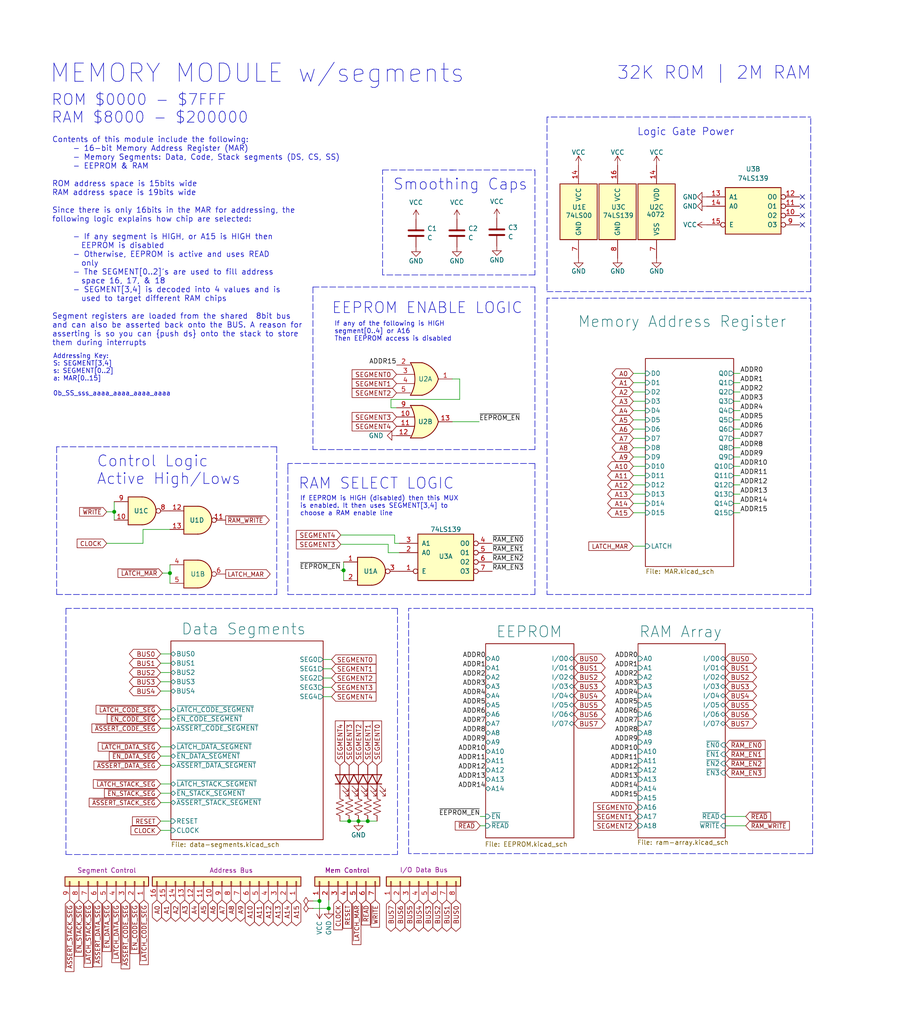
<source format=kicad_sch>
(kicad_sch (version 20211123) (generator eeschema)
  (paper "User" 250.012 280.01)
  (title_block (title "Memory Module") (date "2022-03-11") (rev "1.6") (company "Trilobyte - theWickedWebDev/8-bit-computer") (comment 1 "32K ROM | 2M RAM") (comment 2 "ROM $0000 - $7fff") (comment 3 "RAM $8000 - $20000"))
  (lib_symbols
    (symbol "4xxx:4072" (pin_names (offset 1.016))
      (property "Reference" "U" (at 0 1.27 0))
      (property "Value" "4072" (at 0 -1.27 0))
      (symbol "4072_1_1"
        (pin output line (at 7.62 0 180) (length 3.81) (name "~") (number "1"))
        (pin input line (at -7.62 3.81 0) (length 3.81) (name "~") (number "2"))
        (pin input line (at -7.62 1.27 0) (length 4.826) (name "~") (number "3"))
        (pin input line (at -7.62 -1.27 0) (length 4.826) (name "~") (number "4"))
        (pin input line (at -7.62 -3.81 0) (length 3.81) (name "~") (number "5"))
      )
      (symbol "4072_1_2"
        (pin output inverted (at 7.62 0 180) (length 3.81) (name "~") (number "1"))
        (pin input inverted (at -7.62 3.81 0) (length 3.81) (name "~") (number "2"))
        (pin input inverted (at -7.62 1.27 0) (length 3.81) (name "~") (number "3"))
        (pin input inverted (at -7.62 -1.27 0) (length 3.81) (name "~") (number "4"))
        (pin input inverted (at -7.62 -3.81 0) (length 3.81) (name "~") (number "5"))
      )
      (symbol "4072_2_1"
        (pin input line (at -7.62 1.27 0) (length 4.826) (name "~") (number "10"))
        (pin input line (at -7.62 -1.27 0) (length 4.826) (name "~") (number "11"))
        (pin input line (at -7.62 -3.81 0) (length 3.81) (name "~") (number "12"))
        (pin output line (at 7.62 0 180) (length 3.81) (name "~") (number "13"))
        (pin input line (at -7.62 3.81 0) (length 3.81) (name "~") (number "9"))
      )
      (symbol "4072_2_2"
        (pin input inverted (at -7.62 1.27 0) (length 3.81) (name "~") (number "10"))
        (pin input inverted (at -7.62 -1.27 0) (length 3.81) (name "~") (number "11"))
        (pin input inverted (at -7.62 -3.81 0) (length 3.81) (name "~") (number "12"))
        (pin output inverted (at 7.62 0 180) (length 3.81) (name "~") (number "13"))
        (pin input inverted (at -7.62 3.81 0) (length 3.81) (name "~") (number "9"))
      )
      (symbol "4072_3_0"
        (pin power_in line (at 0 12.7 270) (length 5.08) (name "VDD") (number "14"))
        (pin power_in line (at 0 -12.7 90) (length 5.08) (name "VSS") (number "7"))
      )
    )
    (symbol "74xx:74LS00" (pin_names (offset 1.016))
      (property "Reference" "U" (at 0 1.27 0))
      (property "Value" "74LS00" (at 0 -1.27 0))
      (symbol "74LS00_1_1"
        (pin input line (at -7.62 2.54 0) (length 3.81) (name "~") (number "1"))
        (pin input line (at -7.62 -2.54 0) (length 3.81) (name "~") (number "2"))
        (pin output inverted (at 7.62 0 180) (length 3.81) (name "~") (number "3"))
      )
      (symbol "74LS00_1_2"
        (pin input inverted (at -7.62 2.54 0) (length 4.318) (name "~") (number "1"))
        (pin input inverted (at -7.62 -2.54 0) (length 4.318) (name "~") (number "2"))
        (pin output line (at 7.62 0 180) (length 3.81) (name "~") (number "3"))
      )
      (symbol "74LS00_2_1"
        (pin input line (at -7.62 2.54 0) (length 3.81) (name "~") (number "4"))
        (pin input line (at -7.62 -2.54 0) (length 3.81) (name "~") (number "5"))
        (pin output inverted (at 7.62 0 180) (length 3.81) (name "~") (number "6"))
      )
      (symbol "74LS00_2_2"
        (pin input inverted (at -7.62 2.54 0) (length 4.318) (name "~") (number "4"))
        (pin input inverted (at -7.62 -2.54 0) (length 4.318) (name "~") (number "5"))
        (pin output line (at 7.62 0 180) (length 3.81) (name "~") (number "6"))
      )
      (symbol "74LS00_3_1"
        (pin input line (at -7.62 -2.54 0) (length 3.81) (name "~") (number "10"))
        (pin output inverted (at 7.62 0 180) (length 3.81) (name "~") (number "8"))
        (pin input line (at -7.62 2.54 0) (length 3.81) (name "~") (number "9"))
      )
      (symbol "74LS00_3_2"
        (pin input inverted (at -7.62 -2.54 0) (length 4.318) (name "~") (number "10"))
        (pin output line (at 7.62 0 180) (length 3.81) (name "~") (number "8"))
        (pin input inverted (at -7.62 2.54 0) (length 4.318) (name "~") (number "9"))
      )
      (symbol "74LS00_4_1"
        (pin output inverted (at 7.62 0 180) (length 3.81) (name "~") (number "11"))
        (pin input line (at -7.62 2.54 0) (length 3.81) (name "~") (number "12"))
        (pin input line (at -7.62 -2.54 0) (length 3.81) (name "~") (number "13"))
      )
      (symbol "74LS00_4_2"
        (pin output line (at 7.62 0 180) (length 3.81) (name "~") (number "11"))
        (pin input inverted (at -7.62 2.54 0) (length 4.318) (name "~") (number "12"))
        (pin input inverted (at -7.62 -2.54 0) (length 4.318) (name "~") (number "13"))
      )
      (symbol "74LS00_5_0"
        (pin power_in line (at 0 12.7 270) (length 5.08) (name "VCC") (number "14"))
        (pin power_in line (at 0 -12.7 90) (length 5.08) (name "GND") (number "7"))
      )
    )
    (symbol "74xx:74LS139" (pin_names (offset 1.016))
      (property "Reference" "U" (at -7.62 8.89 0))
      (property "Value" "74LS139" (at -7.62 -8.89 0))
      (symbol "74LS139_1_0"
        (pin input inverted (at -12.7 -5.08 0) (length 5.08) (name "E") (number "1"))
        (pin input line (at -12.7 0 0) (length 5.08) (name "A0") (number "2"))
        (pin input line (at -12.7 2.54 0) (length 5.08) (name "A1") (number "3"))
        (pin output inverted (at 12.7 2.54 180) (length 5.08) (name "O0") (number "4"))
        (pin output inverted (at 12.7 0 180) (length 5.08) (name "O1") (number "5"))
        (pin output inverted (at 12.7 -2.54 180) (length 5.08) (name "O2") (number "6"))
        (pin output inverted (at 12.7 -5.08 180) (length 5.08) (name "O3") (number "7"))
      )
      (symbol "74LS139_2_0"
        (pin output inverted (at 12.7 -2.54 180) (length 5.08) (name "O2") (number "10"))
        (pin output inverted (at 12.7 0 180) (length 5.08) (name "O1") (number "11"))
        (pin output inverted (at 12.7 2.54 180) (length 5.08) (name "O0") (number "12"))
        (pin input line (at -12.7 2.54 0) (length 5.08) (name "A1") (number "13"))
        (pin input line (at -12.7 0 0) (length 5.08) (name "A0") (number "14"))
        (pin input inverted (at -12.7 -5.08 0) (length 5.08) (name "E") (number "15"))
        (pin output inverted (at 12.7 -5.08 180) (length 5.08) (name "O3") (number "9"))
      )
      (symbol "74LS139_3_0"
        (pin power_in line (at 0 12.7 270) (length 5.08) (name "VCC") (number "16"))
        (pin power_in line (at 0 -12.7 90) (length 5.08) (name "GND") (number "8"))
      )
    )
    (symbol "Connector_Generic:Conn_01x07" (pin_names (offset 1.016) hide)
      (property "Reference" "J" (at 0 10.16 0))
      (property "Value" "Conn_01x07" (at 0 -10.16 0))
      (symbol "Conn_01x07_1_1"
        (pin passive line (at -5.08 7.62 0) (length 3.81) (name "Pin_1") (number "1"))
        (pin passive line (at -5.08 5.08 0) (length 3.81) (name "Pin_2") (number "2"))
        (pin passive line (at -5.08 2.54 0) (length 3.81) (name "Pin_3") (number "3"))
        (pin passive line (at -5.08 0 0) (length 3.81) (name "Pin_4") (number "4"))
        (pin passive line (at -5.08 -2.54 0) (length 3.81) (name "Pin_5") (number "5"))
        (pin passive line (at -5.08 -5.08 0) (length 3.81) (name "Pin_6") (number "6"))
        (pin passive line (at -5.08 -7.62 0) (length 3.81) (name "Pin_7") (number "7"))
      )
    )
    (symbol "Connector_Generic:Conn_01x08" (pin_names (offset 1.016) hide)
      (property "Reference" "J" (at 0 10.16 0))
      (property "Value" "Conn_01x08" (at 0 -12.7 0))
      (symbol "Conn_01x08_1_1"
        (pin passive line (at -5.08 7.62 0) (length 3.81) (name "Pin_1") (number "1"))
        (pin passive line (at -5.08 5.08 0) (length 3.81) (name "Pin_2") (number "2"))
        (pin passive line (at -5.08 2.54 0) (length 3.81) (name "Pin_3") (number "3"))
        (pin passive line (at -5.08 0 0) (length 3.81) (name "Pin_4") (number "4"))
        (pin passive line (at -5.08 -2.54 0) (length 3.81) (name "Pin_5") (number "5"))
        (pin passive line (at -5.08 -5.08 0) (length 3.81) (name "Pin_6") (number "6"))
        (pin passive line (at -5.08 -7.62 0) (length 3.81) (name "Pin_7") (number "7"))
        (pin passive line (at -5.08 -10.16 0) (length 3.81) (name "Pin_8") (number "8"))
      )
    )
    (symbol "Connector_Generic:Conn_01x09" (pin_names (offset 1.016) hide)
      (property "Reference" "J" (at 0 12.7 0))
      (property "Value" "Conn_01x09" (at 0 -12.7 0))
      (symbol "Conn_01x09_1_1"
        (pin passive line (at -5.08 10.16 0) (length 3.81) (name "Pin_1") (number "1"))
        (pin passive line (at -5.08 7.62 0) (length 3.81) (name "Pin_2") (number "2"))
        (pin passive line (at -5.08 5.08 0) (length 3.81) (name "Pin_3") (number "3"))
        (pin passive line (at -5.08 2.54 0) (length 3.81) (name "Pin_4") (number "4"))
        (pin passive line (at -5.08 0 0) (length 3.81) (name "Pin_5") (number "5"))
        (pin passive line (at -5.08 -2.54 0) (length 3.81) (name "Pin_6") (number "6"))
        (pin passive line (at -5.08 -5.08 0) (length 3.81) (name "Pin_7") (number "7"))
        (pin passive line (at -5.08 -7.62 0) (length 3.81) (name "Pin_8") (number "8"))
        (pin passive line (at -5.08 -10.16 0) (length 3.81) (name "Pin_9") (number "9"))
      )
    )
    (symbol "Connector_Generic:Conn_01x16" (pin_names (offset 1.016) hide)
      (property "Reference" "J" (at 0 20.32 0))
      (property "Value" "Conn_01x16" (at 0 -22.86 0))
      (symbol "Conn_01x16_1_1"
        (pin passive line (at -5.08 17.78 0) (length 3.81) (name "Pin_1") (number "1"))
        (pin passive line (at -5.08 -5.08 0) (length 3.81) (name "Pin_10") (number "10"))
        (pin passive line (at -5.08 -7.62 0) (length 3.81) (name "Pin_11") (number "11"))
        (pin passive line (at -5.08 -10.16 0) (length 3.81) (name "Pin_12") (number "12"))
        (pin passive line (at -5.08 -12.7 0) (length 3.81) (name "Pin_13") (number "13"))
        (pin passive line (at -5.08 -15.24 0) (length 3.81) (name "Pin_14") (number "14"))
        (pin passive line (at -5.08 -17.78 0) (length 3.81) (name "Pin_15") (number "15"))
        (pin passive line (at -5.08 -20.32 0) (length 3.81) (name "Pin_16") (number "16"))
        (pin passive line (at -5.08 15.24 0) (length 3.81) (name "Pin_2") (number "2"))
        (pin passive line (at -5.08 12.7 0) (length 3.81) (name "Pin_3") (number "3"))
        (pin passive line (at -5.08 10.16 0) (length 3.81) (name "Pin_4") (number "4"))
        (pin passive line (at -5.08 7.62 0) (length 3.81) (name "Pin_5") (number "5"))
        (pin passive line (at -5.08 5.08 0) (length 3.81) (name "Pin_6") (number "6"))
        (pin passive line (at -5.08 2.54 0) (length 3.81) (name "Pin_7") (number "7"))
        (pin passive line (at -5.08 0 0) (length 3.81) (name "Pin_8") (number "8"))
        (pin passive line (at -5.08 -2.54 0) (length 3.81) (name "Pin_9") (number "9"))
      )
    )
    (symbol "Device:C" (pin_numbers hide) (pin_names (offset 0.254))
      (property "Reference" "C" (at 0.635 2.54 0))
      (property "Value" "C" (at 0.635 -2.54 0))
      (symbol "C_1_1"
        (pin passive line (at 0 3.81 270) (length 2.794) (name "~") (number "1"))
        (pin passive line (at 0 -3.81 90) (length 2.794) (name "~") (number "2"))
      )
    )
    (symbol "Device:LED" (pin_numbers hide) (pin_names (offset 1.016) hide)
      (property "Reference" "D" (at 0 2.54 0))
      (property "Value" "LED" (at 0 -2.54 0))
      (symbol "LED_1_1"
        (pin passive line (at -3.81 0 0) (length 2.54) (name "K") (number "1"))
        (pin passive line (at 3.81 0 180) (length 2.54) (name "A") (number "2"))
      )
    )
    (symbol "Device:R_US" (pin_numbers hide) (pin_names (offset 0))
      (property "Reference" "R" (at 2.54 0 90))
      (property "Value" "R_US" (at -2.54 0 90))
      (symbol "R_US_1_1"
        (pin passive line (at 0 3.81 270) (length 1.27) (name "~") (number "1"))
        (pin passive line (at 0 -3.81 90) (length 1.27) (name "~") (number "2"))
      )
    )
    (symbol "power:GND" (power) (pin_names (offset 0))
      (property "Value" "GND" (at 0 -3.81 0))
      (symbol "GND_1_1"
        (pin power_in line (at 0 0 270) (length 0) hide (name "GND") (number "1"))
      )
    )
    (symbol "power:PWR_FLAG" (power) (pin_numbers hide) (pin_names (offset 0) hide)
      (property "Value" "PWR_FLAG" (at 0 3.81 0))
      (symbol "PWR_FLAG_0_0"
        (pin power_out line (at 0 0 90) (length 0) (name "pwr") (number "1"))
      )
    )
    (symbol "power:VCC" (power) (pin_names (offset 0))
      (property "Value" "VCC" (at 0 3.81 0))
      (symbol "VCC_1_1"
        (pin power_in line (at 0 0 90) (length 0) hide (name "VCC") (number "1"))
      )
    )
  )
  (junction (at 87.376 246.38))
  (junction (at 31.242 139.954))
  (junction (at 95.504 224.536))
  (junction (at 93.98 155.956))
  (junction (at 100.584 224.536))
  (junction (at 89.916 248.412))
  (junction (at 98.044 224.536))
  (junction (at 46.482 156.718))
  (no_connect (at 219.456 61.468))
  (no_connect (at 219.456 58.928))
  (no_connect (at 219.456 53.848))
  (no_connect (at 219.456 56.388))
  (wire (pts (xy 200.66 102.108) (xy 202.438 102.108)))
  (polyline (pts (xy 149.606 79.756) (xy 221.742 79.756)))
  (wire (pts (xy 198.374 223.266) (xy 203.962 223.266)))
  (polyline (pts (xy 15.494 162.56) (xy 75.692 162.56)))
  (wire (pts (xy 173.228 112.268) (xy 176.53 112.268)))
  (wire (pts (xy 173.228 107.188) (xy 176.53 107.188)))
  (wire (pts (xy 93.98 155.956) (xy 93.98 158.75)))
  (wire (pts (xy 198.374 225.806) (xy 203.962 225.806)))
  (polyline (pts (xy 78.74 126.746) (xy 78.74 128.016)))
  (polyline (pts (xy 184.404 32.004) (xy 221.742 32.004)))
  (wire (pts (xy 43.942 216.916) (xy 46.736 216.916)))
  (polyline (pts (xy 146.304 126.746) (xy 78.74 126.746)))
  (wire (pts (xy 173.228 119.888) (xy 176.53 119.888)))
  (wire (pts (xy 173.228 114.808) (xy 176.53 114.808)))
  (polyline (pts (xy 75.692 122.174) (xy 75.692 162.56)))
  (wire (pts (xy 173.228 140.208) (xy 176.53 140.208)))
  (wire (pts (xy 200.66 132.588) (xy 202.438 132.588)))
  (polyline (pts (xy 193.802 81.534) (xy 221.742 81.534)))
  (wire (pts (xy 43.942 206.756) (xy 46.736 206.756)))
  (wire (pts (xy 200.66 112.268) (xy 202.438 112.268)))
  (polyline (pts (xy 222.25 233.426) (xy 111.76 233.426)))
  (wire (pts (xy 43.942 194.056) (xy 46.736 194.056)))
  (wire (pts (xy 93.218 146.304) (xy 107.95 146.304)))
  (wire (pts (xy 88.392 182.88) (xy 90.678 182.88)))
  (polyline (pts (xy 149.606 81.534) (xy 149.606 162.56)))
  (wire (pts (xy 200.66 137.668) (xy 202.438 137.668)))
  (wire (pts (xy 93.98 155.956) (xy 93.98 153.67)))
  (wire (pts (xy 43.942 224.536) (xy 46.736 224.536)))
  (wire (pts (xy 200.66 140.208) (xy 202.438 140.208)))
  (wire (pts (xy 31.242 139.954) (xy 31.242 137.16)))
  (wire (pts (xy 88.392 187.96) (xy 90.678 187.96)))
  (wire (pts (xy 106.934 109.22) (xy 106.934 111.506)))
  (polyline (pts (xy 85.598 78.486) (xy 146.304 78.486)))
  (polyline (pts (xy 85.598 78.486) (xy 85.598 122.936)))
  (wire (pts (xy 44.45 156.718) (xy 46.482 156.718)))
  (polyline (pts (xy 222.25 166.37) (xy 111.76 166.37)))
  (wire (pts (xy 85.598 248.412) (xy 89.916 248.412)))
  (wire (pts (xy 43.942 181.356) (xy 46.736 181.356)))
  (wire (pts (xy 88.392 190.5) (xy 90.678 190.5)))
  (polyline (pts (xy 104.648 75.184) (xy 104.648 46.482)))
  (polyline (pts (xy 149.606 162.56) (xy 221.742 162.56)))
  (wire (pts (xy 125.73 109.22) (xy 106.934 109.22)))
  (wire (pts (xy 200.66 107.188) (xy 202.438 107.188)))
  (wire (pts (xy 98.044 224.536) (xy 100.584 224.536)))
  (wire (pts (xy 106.172 151.13) (xy 106.172 148.844)))
  (wire (pts (xy 173.228 104.648) (xy 176.53 104.648)))
  (wire (pts (xy 95.504 224.536) (xy 98.044 224.536)))
  (wire (pts (xy 107.95 146.304) (xy 107.95 148.59)))
  (polyline (pts (xy 15.494 122.174) (xy 15.494 162.56)))
  (polyline (pts (xy 78.74 162.56) (xy 146.304 162.56)))
  (wire (pts (xy 43.942 209.296) (xy 46.736 209.296)))
  (wire (pts (xy 123.698 115.316) (xy 131.064 115.316)))
  (wire (pts (xy 31.242 142.24) (xy 31.242 139.954)))
  (wire (pts (xy 46.482 154.432) (xy 46.482 156.718)))
  (wire (pts (xy 43.942 214.376) (xy 46.736 214.376)))
  (wire (pts (xy 29.21 148.59) (xy 39.116 148.59)))
  (wire (pts (xy 200.66 119.888) (xy 202.438 119.888)))
  (polyline (pts (xy 123.19 46.482) (xy 146.304 46.482)))
  (polyline (pts (xy 78.74 128.016) (xy 78.74 162.56)))
  (wire (pts (xy 106.172 148.844) (xy 93.218 148.844)))
  (wire (pts (xy 43.942 183.896) (xy 46.736 183.896)))
  (wire (pts (xy 92.964 224.536) (xy 95.504 224.536)))
  (wire (pts (xy 173.228 149.352) (xy 176.53 149.352)))
  (polyline (pts (xy 221.742 162.56) (xy 221.742 81.534)))
  (wire (pts (xy 200.66 122.428) (xy 202.438 122.428)))
  (wire (pts (xy 173.228 132.588) (xy 176.53 132.588)))
  (wire (pts (xy 46.482 156.718) (xy 46.482 159.512)))
  (wire (pts (xy 173.228 127.508) (xy 176.53 127.508)))
  (wire (pts (xy 109.22 151.13) (xy 106.172 151.13)))
  (wire (pts (xy 43.942 196.596) (xy 46.736 196.596)))
  (wire (pts (xy 200.66 135.128) (xy 202.438 135.128)))
  (wire (pts (xy 29.21 139.954) (xy 31.242 139.954)))
  (wire (pts (xy 39.116 148.59) (xy 39.116 144.78)))
  (polyline (pts (xy 146.304 122.936) (xy 85.598 122.936)))
  (wire (pts (xy 123.698 103.632) (xy 125.73 103.632)))
  (wire (pts (xy 200.66 104.648) (xy 202.438 104.648)))
  (polyline (pts (xy 221.742 79.756) (xy 221.742 32.004)))
  (wire (pts (xy 39.116 144.78) (xy 46.482 144.78)))
  (wire (pts (xy 173.228 135.128) (xy 176.53 135.128)))
  (polyline (pts (xy 146.304 46.482) (xy 146.304 75.184)))
  (wire (pts (xy 100.584 224.536) (xy 103.124 224.536)))
  (wire (pts (xy 200.66 124.968) (xy 202.438 124.968)))
  (wire (pts (xy 87.376 246.38) (xy 87.376 248.666)))
  (wire (pts (xy 200.66 109.728) (xy 202.438 109.728)))
  (wire (pts (xy 89.916 246.126) (xy 89.916 248.412)))
  (polyline (pts (xy 193.802 81.534) (xy 149.606 81.534)))
  (wire (pts (xy 125.73 103.632) (xy 125.73 109.22)))
  (wire (pts (xy 43.942 227.076) (xy 46.736 227.076)))
  (wire (pts (xy 107.95 148.59) (xy 109.22 148.59)))
  (wire (pts (xy 200.66 114.808) (xy 202.438 114.808)))
  (wire (pts (xy 43.942 178.816) (xy 46.736 178.816)))
  (wire (pts (xy 87.376 246.38) (xy 87.376 246.126)))
  (wire (pts (xy 173.228 124.968) (xy 176.53 124.968)))
  (wire (pts (xy 173.228 137.668) (xy 176.53 137.668)))
  (polyline (pts (xy 108.712 166.37) (xy 18.034 166.37)))
  (polyline (pts (xy 146.304 75.184) (xy 104.648 75.184)))
  (polyline (pts (xy 184.404 32.004) (xy 149.606 32.004)))
  (wire (pts (xy 88.392 180.34) (xy 90.678 180.34)))
  (wire (pts (xy 106.934 111.506) (xy 108.458 111.506)))
  (wire (pts (xy 173.228 130.048) (xy 176.53 130.048)))
  (wire (pts (xy 43.942 186.436) (xy 46.736 186.436)))
  (wire (pts (xy 43.942 199.136) (xy 46.736 199.136)))
  (polyline (pts (xy 18.034 166.37) (xy 18.034 233.68)))
  (wire (pts (xy 85.598 246.38) (xy 87.376 246.38)))
  (polyline (pts (xy 75.692 122.174) (xy 15.494 122.174)))
  (wire (pts (xy 173.228 117.348) (xy 176.53 117.348)))
  (wire (pts (xy 200.66 117.348) (xy 202.438 117.348)))
  (polyline (pts (xy 146.304 78.486) (xy 146.304 122.936)))
  (wire (pts (xy 173.228 109.728) (xy 176.53 109.728)))
  (polyline (pts (xy 108.712 166.37) (xy 108.712 233.68)))
  (polyline (pts (xy 104.648 46.482) (xy 123.952 46.482)))
  (wire (pts (xy 43.942 219.456) (xy 46.736 219.456)))
  (wire (pts (xy 43.942 188.976) (xy 46.736 188.976)))
  (polyline (pts (xy 111.76 233.426) (xy 111.76 166.37)))
  (wire (pts (xy 200.66 127.508) (xy 202.438 127.508)))
  (wire (pts (xy 173.228 122.428) (xy 176.53 122.428)))
  (wire (pts (xy 131.318 225.806) (xy 132.842 225.806)))
  (wire (pts (xy 43.942 204.216) (xy 46.736 204.216)))
  (wire (pts (xy 131.318 223.266) (xy 132.842 223.266)))
  (polyline (pts (xy 18.034 233.68) (xy 108.712 233.68)))
  (wire (pts (xy 173.228 102.108) (xy 176.53 102.108)))
  (wire (pts (xy 93.218 155.956) (xy 93.98 155.956)))
  (polyline (pts (xy 222.25 233.426) (xy 222.25 166.37)))
  (wire (pts (xy 89.916 248.412) (xy 89.916 248.666)))
  (polyline (pts (xy 149.606 32.004) (xy 149.606 79.756)))
  (wire (pts (xy 88.392 185.42) (xy 90.678 185.42)))
  (polyline (pts (xy 146.304 162.56) (xy 146.304 126.746)))
  (wire (pts (xy 200.66 130.048) (xy 202.438 130.048)))
  (text "If any of the following is HIGH\nsegment[0..4] or A16\nThen EEPROM access is disabled" (at 91.44 93.472 0) (effects (font (size 1.27 1.27)) (justify left bottom)))
  (text "RAM SELECT LOGIC" (at 81.534 134.112 0) (effects (font (size 3 3)) (justify left bottom)))
  (text "Addressing Key:\nS: SEGMENT[3,4]\ns: SEGMENT[0..2]\na: MAR[0..15]\n\n0b_SS_sss_aaaa_aaaa_aaaa_aaaa" (at 14.478 108.458 0) (effects (font (size 1.27 1.27)) (justify left bottom)))
  (text "MEMORY MODULE w/segments" (at 13.462 23.114 0) (effects (font (size 5 5)) (justify left bottom)))
  (text "Contents of this module include the following:\n	- 16-bit Memory Address Register (MAR)\n	- Memory Segments: Data, Code, Stack segments (DS, CS, SS)\n	- EEPROM & RAM\n\nROM address space is 15bits wide\nRAM address space is 19bits wide\n\nSince there is only 16bits in the MAR for addressing, the\nfollowing logic explains how chip are selected:\n\n	- If any segment is HIGH, or A15 is HIGH then \n	  EEPROM is disabled\n	- Otherwise, EEPROM is active and uses READ \n	  only\n	- The SEGMENT[0..2]'s are used to fill address \n	  space 16, 17, & 18\n	- SEGMENT[3,4] is decoded into 4 values and is \n	  used to target different RAM chips\n\nSegment registers are loaded from the shared  8bit bus\nand can also be asserted back onto the BUS. A reason for\nasserting is so you can {push ds} onto the stack to store\nthem during interrupts" (at 14.224 94.742 0) (effects (font (size 1.5 1.5)) (justify left bottom)))
  (text "If EEPROM is HIGH (disabled) then this MUX\nis enabled. It then uses SEGMENT[3,4] to \nchoose a RAM enable line" (at 82.042 141.224 0) (effects (font (size 1.27 1.27)) (justify left bottom)))
  (text "ROM $0000 - $7FFF\nRAM $8000 - $200000\n" (at 13.97 34.036 0) (effects (font (size 3 3)) (justify left bottom)))
  (text "32K ROM | 2M RAM" (at 168.656 22.098 0) (effects (font (size 3.5 3.5)) (justify left bottom)))
  (text "Control Logic\nActive High/Lows" (at 26.416 132.842 0) (effects (font (size 3 3)) (justify left bottom)))
  (text "Logic Gate Power" (at 174.244 37.338 0) (effects (font (size 2 2)) (justify left bottom)))
  (text "EEPROM ENABLE LOGIC" (at 90.678 86.106 0) (effects (font (size 3 3)) (justify left bottom)))
  (text "Smoothing Caps" (at 107.442 52.324 0) (effects (font (size 3 3)) (justify left bottom)))
  (label "ADDR5" (at 174.498 192.786 180))
  (label "ADDR5" (at 202.438 114.808 0))
  (label "ADDR0" (at 202.438 102.108 0))
  (label "ADDR3" (at 174.498 187.706 180))
  (label "ADDR8" (at 202.438 122.428 0))
  (label "ADDR4" (at 132.842 190.246 180))
  (label "ADDR2" (at 174.498 185.166 180))
  (label "ADDR13" (at 174.498 213.106 180))
  (label "ADDR8" (at 174.498 200.406 180))
  (label "ADDR10" (at 202.438 127.508 0))
  (label "ADDR15" (at 108.458 99.822 180))
  (label "ADDR5" (at 132.842 192.786 180))
  (label "ADDR13" (at 202.438 135.128 0))
  (label "ADDR9" (at 202.438 124.968 0))
  (label "ADDR3" (at 202.438 109.728 0))
  (label "~{RAM_EN1}" (at 134.62 151.13 0))
  (label "ADDR12" (at 132.842 210.566 180))
  (label "ADDR14" (at 202.438 137.668 0))
  (label "ADDR14" (at 132.842 215.646 180))
  (label "ADDR0" (at 174.498 180.086 180))
  (label "ADDR10" (at 132.842 205.486 180))
  (label "ADDR1" (at 132.842 182.626 180))
  (label "ADDR11" (at 132.842 208.026 180))
  (label "ADDR2" (at 202.438 107.188 0))
  (label "ADDR4" (at 174.498 190.246 180))
  (label "ADDR11" (at 174.498 208.026 180))
  (label "~{EEPROM_EN}" (at 131.064 115.316 0))
  (label "~{RAM_EN0}" (at 134.62 148.59 0))
  (label "~{RAM_EN2}" (at 134.62 153.67 0))
  (label "ADDR6" (at 132.842 195.326 180))
  (label "ADDR4" (at 202.438 112.268 0))
  (label "ADDR14" (at 174.498 215.646 180))
  (label "ADDR1" (at 174.498 182.626 180))
  (label "~{RAM_EN3}" (at 134.62 156.21 0))
  (label "ADDR8" (at 132.842 200.406 180))
  (label "ADDR9" (at 174.498 202.946 180))
  (label "ADDR1" (at 202.438 104.648 0))
  (label "ADDR12" (at 174.498 210.566 180))
  (label "ADDR15" (at 174.498 218.186 180))
  (label "ADDR15" (at 202.438 140.208 0))
  (label "ADDR12" (at 202.438 132.588 0))
  (label "ADDR6" (at 174.498 195.326 180))
  (label "ADDR13" (at 132.842 213.106 180))
  (label "ADDR0" (at 132.842 180.086 180))
  (label "ADDR6" (at 202.438 117.348 0))
  (label "ADDR10" (at 174.498 205.486 180))
  (label "~{EEPROM_EN}" (at 131.318 223.266 180))
  (label "ADDR7" (at 132.842 197.866 180))
  (label "~{EEPROM_EN}" (at 93.218 155.956 180))
  (label "ADDR3" (at 132.842 187.706 180))
  (label "ADDR11" (at 202.438 130.048 0))
  (label "ADDR7" (at 202.438 119.888 0))
  (label "ADDR7" (at 174.498 197.866 180))
  (label "ADDR9" (at 132.842 202.946 180))
  (label "ADDR2" (at 132.842 185.166 180))
  (global_label "SEGMENT0" (shape input) (at 174.498 220.726 180) (property "Intersheet References" "${INTERSHEET_REFS}" (effects hide)))
  (global_label "SEGMENT4" (shape input) (at 108.458 116.586 180) (property "Intersheet References" "${INTERSHEET_REFS}" (effects hide)))
  (global_label "~{RAM_EN2}" (shape input) (at 198.374 208.788 0) (property "Intersheet References" "${INTERSHEET_REFS}" (effects hide)))
  (global_label "BUS6" (shape tri_state) (at 156.972 195.326 0) (property "Intersheet References" "${INTERSHEET_REFS}" (effects hide)))
  (global_label "BUS7" (shape tri_state) (at 156.972 197.866 0) (property "Intersheet References" "${INTERSHEET_REFS}" (effects hide)))
  (global_label "BUS5" (shape tri_state) (at 198.374 192.786 0) (property "Intersheet References" "${INTERSHEET_REFS}" (effects hide)))
  (global_label "~{READ}" (shape input) (at 131.318 225.806 180) (effects (font (size 1.2 1.2))) (property "Intersheet References" "${INTERSHEET_REFS}" (effects hide)))
  (global_label "A8" (shape tri_state) (at 63.246 246.126 270) (property "Intersheet References" "${INTERSHEET_REFS}" (effects hide)))
  (global_label "BUS1" (shape tri_state) (at 198.374 182.626 0) (property "Intersheet References" "${INTERSHEET_REFS}" (effects hide)))
  (global_label "~{RAM_EN3}" (shape input) (at 198.374 211.328 0) (property "Intersheet References" "${INTERSHEET_REFS}" (effects hide)))
  (global_label "SEGMENT4" (shape input) (at 93.218 146.304 180) (property "Intersheet References" "${INTERSHEET_REFS}" (effects hide)))
  (global_label "BUS7" (shape tri_state) (at 198.374 197.866 0) (property "Intersheet References" "${INTERSHEET_REFS}" (effects hide)))
  (global_label "BUS2" (shape tri_state) (at 156.972 185.166 0) (property "Intersheet References" "${INTERSHEET_REFS}" (effects hide)))
  (global_label "~{READ}" (shape input) (at 100.076 246.126 270) (effects (font (size 1.2 1.2))) (property "Intersheet References" "${INTERSHEET_REFS}" (effects hide)))
  (global_label "~{EN_CODE_SEG}" (shape input) (at 43.942 196.596 180) (effects (font (size 1.2 1.2))) (property "Intersheet References" "${INTERSHEET_REFS}" (effects hide)))
  (global_label "SEGMENT0" (shape input) (at 103.124 209.296 90) (property "Intersheet References" "${INTERSHEET_REFS}" (effects hide)))
  (global_label "BUS3" (shape tri_state) (at 117.094 246.126 270) (property "Intersheet References" "${INTERSHEET_REFS}" (effects hide)))
  (global_label "SEGMENT0" (shape input) (at 90.678 180.34 0) (property "Intersheet References" "${INTERSHEET_REFS}" (effects hide)))
  (global_label "SEGMENT1" (shape input) (at 90.678 182.88 0) (property "Intersheet References" "${INTERSHEET_REFS}" (effects hide)))
  (global_label "~{EN_STACK_SEG}" (shape input) (at 43.942 216.916 180) (effects (font (size 1.2 1.2))) (property "Intersheet References" "${INTERSHEET_REFS}" (effects hide)))
  (global_label "A0" (shape tri_state) (at 173.228 102.108 180) (property "Intersheet References" "${INTERSHEET_REFS}" (effects hide)))
  (global_label "A11" (shape tri_state) (at 173.228 130.048 180) (property "Intersheet References" "${INTERSHEET_REFS}" (effects hide)))
  (global_label "A7" (shape tri_state) (at 60.706 246.126 270) (property "Intersheet References" "${INTERSHEET_REFS}" (effects hide)))
  (global_label "BUS2" (shape tri_state) (at 119.634 246.126 270) (property "Intersheet References" "${INTERSHEET_REFS}" (effects hide)))
  (global_label "RESET" (shape input) (at 94.996 246.126 270) (effects (font (size 1.2 1.2))) (property "Intersheet References" "${INTERSHEET_REFS}" (effects hide)))
  (global_label "~{WRITE}" (shape input) (at 102.616 246.126 270) (effects (font (size 1.2 1.2))) (property "Intersheet References" "${INTERSHEET_REFS}" (effects hide)))
  (global_label "~{LATCH_MAR}" (shape input) (at 97.536 246.126 270) (effects (font (size 1.2 1.2))) (property "Intersheet References" "${INTERSHEET_REFS}" (effects hide)))
  (global_label "BUS2" (shape tri_state) (at 43.942 183.896 180) (property "Intersheet References" "${INTERSHEET_REFS}" (effects hide)))
  (global_label "BUS0" (shape tri_state) (at 198.374 180.086 0) (property "Intersheet References" "${INTERSHEET_REFS}" (effects hide)))
  (global_label "A4" (shape tri_state) (at 53.086 246.126 270) (property "Intersheet References" "${INTERSHEET_REFS}" (effects hide)))
  (global_label "A9" (shape tri_state) (at 173.228 124.968 180) (property "Intersheet References" "${INTERSHEET_REFS}" (effects hide)))
  (global_label "~{LATCH_STACK_SEG}" (shape input) (at 43.942 214.376 180) (effects (font (size 1.2 1.2))) (property "Intersheet References" "${INTERSHEET_REFS}" (effects hide)))
  (global_label "A3" (shape tri_state) (at 50.546 246.126 270) (property "Intersheet References" "${INTERSHEET_REFS}" (effects hide)))
  (global_label "~{ASSERT_STACK_SEG}" (shape input) (at 19.05 246.126 270) (effects (font (size 1.2 1.2))) (property "Intersheet References" "${INTERSHEET_REFS}" (effects hide)))
  (global_label "SEGMENT4" (shape input) (at 90.678 190.5 0) (property "Intersheet References" "${INTERSHEET_REFS}" (effects hide)))
  (global_label "LATCH_MAR" (shape input) (at 173.228 149.352 180) (effects (font (size 1.2 1.2))) (property "Intersheet References" "${INTERSHEET_REFS}" (effects hide)))
  (global_label "A10" (shape tri_state) (at 68.326 246.126 270) (property "Intersheet References" "${INTERSHEET_REFS}" (effects hide)))
  (global_label "A0" (shape tri_state) (at 42.926 246.126 270) (property "Intersheet References" "${INTERSHEET_REFS}" (effects hide)))
  (global_label "A13" (shape tri_state) (at 75.946 246.126 270) (property "Intersheet References" "${INTERSHEET_REFS}" (effects hide)))
  (global_label "A2" (shape tri_state) (at 48.006 246.126 270) (property "Intersheet References" "${INTERSHEET_REFS}" (effects hide)))
  (global_label "SEGMENT0" (shape input) (at 108.458 102.362 180) (property "Intersheet References" "${INTERSHEET_REFS}" (effects hide)))
  (global_label "~{ASSERT_DATA_SEG}" (shape input) (at 43.942 209.296 180) (effects (font (size 1.2 1.2))) (property "Intersheet References" "${INTERSHEET_REFS}" (effects hide)))
  (global_label "SEGMENT3" (shape input) (at 108.458 114.046 180) (property "Intersheet References" "${INTERSHEET_REFS}" (effects hide)))
  (global_label "A12" (shape tri_state) (at 173.228 132.588 180) (property "Intersheet References" "${INTERSHEET_REFS}" (effects hide)))
  (global_label "BUS2" (shape tri_state) (at 198.374 185.166 0) (property "Intersheet References" "${INTERSHEET_REFS}" (effects hide)))
  (global_label "A7" (shape tri_state) (at 173.228 119.888 180) (property "Intersheet References" "${INTERSHEET_REFS}" (effects hide)))
  (global_label "~{LATCH_STACK_SEG}" (shape input) (at 24.13 246.126 270) (effects (font (size 1.2 1.2))) (property "Intersheet References" "${INTERSHEET_REFS}" (effects hide)))
  (global_label "BUS4" (shape tri_state) (at 198.374 190.246 0) (property "Intersheet References" "${INTERSHEET_REFS}" (effects hide)))
  (global_label "A1" (shape tri_state) (at 45.466 246.126 270) (property "Intersheet References" "${INTERSHEET_REFS}" (effects hide)))
  (global_label "BUS3" (shape tri_state) (at 198.374 187.706 0) (property "Intersheet References" "${INTERSHEET_REFS}" (effects hide)))
  (global_label "SEGMENT1" (shape input) (at 174.498 223.266 180) (property "Intersheet References" "${INTERSHEET_REFS}" (effects hide)))
  (global_label "~{LATCH_CODE_SEG}" (shape input) (at 43.942 194.056 180) (effects (font (size 1.2 1.2))) (property "Intersheet References" "${INTERSHEET_REFS}" (effects hide)))
  (global_label "CLOCK" (shape input) (at 29.21 148.59 180) (effects (font (size 1.2 1.2))) (property "Intersheet References" "${INTERSHEET_REFS}" (effects hide)))
  (global_label "A5" (shape tri_state) (at 55.626 246.126 270) (property "Intersheet References" "${INTERSHEET_REFS}" (effects hide)))
  (global_label "A10" (shape tri_state) (at 173.228 127.508 180) (property "Intersheet References" "${INTERSHEET_REFS}" (effects hide)))
  (global_label "~{RAM_WRITE}" (shape input) (at 203.962 225.806 0) (effects (font (size 1.2 1.2))) (property "Intersheet References" "${INTERSHEET_REFS}" (effects hide)))
  (global_label "~{EN_CODE_SEG}" (shape input) (at 36.83 246.126 270) (effects (font (size 1.2 1.2))) (property "Intersheet References" "${INTERSHEET_REFS}" (effects hide)))
  (global_label "~{LATCH_CODE_SEG}" (shape input) (at 39.37 246.126 270) (effects (font (size 1.2 1.2))) (property "Intersheet References" "${INTERSHEET_REFS}" (effects hide)))
  (global_label "BUS0" (shape tri_state) (at 124.714 246.126 270) (property "Intersheet References" "${INTERSHEET_REFS}" (effects hide)))
  (global_label "A1" (shape tri_state) (at 173.228 104.648 180) (property "Intersheet References" "${INTERSHEET_REFS}" (effects hide)))
  (global_label "~{READ}" (shape input) (at 203.962 223.266 0) (effects (font (size 1.2 1.2))) (property "Intersheet References" "${INTERSHEET_REFS}" (effects hide)))
  (global_label "A4" (shape tri_state) (at 173.228 112.268 180) (property "Intersheet References" "${INTERSHEET_REFS}" (effects hide)))
  (global_label "A2" (shape tri_state) (at 173.228 107.188 180) (property "Intersheet References" "${INTERSHEET_REFS}" (effects hide)))
  (global_label "LATCH_MAR" (shape output) (at 61.722 156.972 0) (effects (font (size 1.2 1.2))) (property "Intersheet References" "${INTERSHEET_REFS}" (effects hide)))
  (global_label "BUS1" (shape tri_state) (at 156.972 182.626 0) (property "Intersheet References" "${INTERSHEET_REFS}" (effects hide)))
  (global_label "SEGMENT3" (shape input) (at 93.218 148.844 180) (property "Intersheet References" "${INTERSHEET_REFS}" (effects hide)))
  (global_label "~{LATCH_DATA_SEG}" (shape input) (at 31.75 246.126 270) (effects (font (size 1.2 1.2))) (property "Intersheet References" "${INTERSHEET_REFS}" (effects hide)))
  (global_label "~{ASSERT_STACK_SEG}" (shape input) (at 43.942 219.456 180) (effects (font (size 1.2 1.2))) (property "Intersheet References" "${INTERSHEET_REFS}" (effects hide)))
  (global_label "A14" (shape tri_state) (at 173.228 137.668 180) (property "Intersheet References" "${INTERSHEET_REFS}" (effects hide)))
  (global_label "SEGMENT2" (shape input) (at 98.044 209.296 90) (property "Intersheet References" "${INTERSHEET_REFS}" (effects hide)))
  (global_label "A6" (shape tri_state) (at 58.166 246.126 270) (property "Intersheet References" "${INTERSHEET_REFS}" (effects hide)))
  (global_label "SEGMENT2" (shape input) (at 90.678 185.42 0) (property "Intersheet References" "${INTERSHEET_REFS}" (effects hide)))
  (global_label "BUS3" (shape tri_state) (at 156.972 187.706 0) (property "Intersheet References" "${INTERSHEET_REFS}" (effects hide)))
  (global_label "SEGMENT4" (shape input) (at 92.964 209.296 90) (property "Intersheet References" "${INTERSHEET_REFS}" (effects hide)))
  (global_label "BUS0" (shape tri_state) (at 43.942 178.816 180) (property "Intersheet References" "${INTERSHEET_REFS}" (effects hide)))
  (global_label "SEGMENT2" (shape input) (at 108.458 107.442 180) (property "Intersheet References" "${INTERSHEET_REFS}" (effects hide)))
  (global_label "SEGMENT3" (shape input) (at 95.504 209.296 90) (property "Intersheet References" "${INTERSHEET_REFS}" (effects hide)))
  (global_label "BUS1" (shape tri_state) (at 43.942 181.356 180) (property "Intersheet References" "${INTERSHEET_REFS}" (effects hide)))
  (global_label "BUS0" (shape tri_state) (at 156.972 180.086 0) (property "Intersheet References" "${INTERSHEET_REFS}" (effects hide)))
  (global_label "SEGMENT2" (shape input) (at 174.498 225.806 180) (property "Intersheet References" "${INTERSHEET_REFS}" (effects hide)))
  (global_label "A15" (shape tri_state) (at 81.026 246.126 270) (property "Intersheet References" "${INTERSHEET_REFS}" (effects hide)))
  (global_label "~{RAM_WRITE}" (shape output) (at 61.722 142.24 0) (effects (font (size 1.2 1.2))) (property "Intersheet References" "${INTERSHEET_REFS}" (effects hide)))
  (global_label "SEGMENT3" (shape input) (at 90.678 187.96 0) (property "Intersheet References" "${INTERSHEET_REFS}" (effects hide)))
  (global_label "~{ASSERT_CODE_SEG}" (shape input) (at 43.942 199.136 180) (effects (font (size 1.2 1.2))) (property "Intersheet References" "${INTERSHEET_REFS}" (effects hide)))
  (global_label "A13" (shape tri_state) (at 173.228 135.128 180) (property "Intersheet References" "${INTERSHEET_REFS}" (effects hide)))
  (global_label "A3" (shape tri_state) (at 173.228 109.728 180) (property "Intersheet References" "${INTERSHEET_REFS}" (effects hide)))
  (global_label "RESET" (shape input) (at 43.942 224.536 180) (effects (font (size 1.2 1.2))) (property "Intersheet References" "${INTERSHEET_REFS}" (effects hide)))
  (global_label "~{WRITE}" (shape input) (at 29.21 139.954 180) (effects (font (size 1.2 1.2))) (property "Intersheet References" "${INTERSHEET_REFS}" (effects hide)))
  (global_label "A15" (shape tri_state) (at 173.228 140.208 180) (property "Intersheet References" "${INTERSHEET_REFS}" (effects hide)))
  (global_label "SEGMENT1" (shape input) (at 108.458 104.902 180) (property "Intersheet References" "${INTERSHEET_REFS}" (effects hide)))
  (global_label "~{RAM_EN0}" (shape input) (at 198.374 203.708 0) (property "Intersheet References" "${INTERSHEET_REFS}" (effects hide)))
  (global_label "A9" (shape tri_state) (at 65.786 246.126 270) (property "Intersheet References" "${INTERSHEET_REFS}" (effects hide)))
  (global_label "A14" (shape tri_state) (at 78.486 246.126 270) (property "Intersheet References" "${INTERSHEET_REFS}" (effects hide)))
  (global_label "~{EN_STACK_SEG}" (shape input) (at 21.59 246.126 270) (effects (font (size 1.2 1.2))) (property "Intersheet References" "${INTERSHEET_REFS}" (effects hide)))
  (global_label "SEGMENT1" (shape input) (at 100.584 209.296 90) (property "Intersheet References" "${INTERSHEET_REFS}" (effects hide)))
  (global_label "BUS4" (shape tri_state) (at 43.942 188.976 180) (property "Intersheet References" "${INTERSHEET_REFS}" (effects hide)))
  (global_label "BUS7" (shape tri_state) (at 106.934 246.126 270) (property "Intersheet References" "${INTERSHEET_REFS}" (effects hide)))
  (global_label "CLOCK" (shape input) (at 43.942 227.076 180) (effects (font (size 1.2 1.2))) (property "Intersheet References" "${INTERSHEET_REFS}" (effects hide)))
  (global_label "~{ASSERT_CODE_SEG}" (shape input) (at 34.29 246.126 270) (effects (font (size 1.2 1.2))) (property "Intersheet References" "${INTERSHEET_REFS}" (effects hide)))
  (global_label "CLOCK" (shape input) (at 92.456 246.126 270) (effects (font (size 1.2 1.2))) (property "Intersheet References" "${INTERSHEET_REFS}" (effects hide)))
  (global_label "A8" (shape tri_state) (at 173.228 122.428 180) (property "Intersheet References" "${INTERSHEET_REFS}" (effects hide)))
  (global_label "BUS6" (shape tri_state) (at 198.374 195.326 0) (property "Intersheet References" "${INTERSHEET_REFS}" (effects hide)))
  (global_label "~{ASSERT_DATA_SEG}" (shape input) (at 26.67 246.126 270) (effects (font (size 1.2 1.2))) (property "Intersheet References" "${INTERSHEET_REFS}" (effects hide)))
  (global_label "~{EN_DATA_SEG}" (shape input) (at 43.942 206.756 180) (effects (font (size 1.2 1.2))) (property "Intersheet References" "${INTERSHEET_REFS}" (effects hide)))
  (global_label "BUS4" (shape tri_state) (at 114.554 246.126 270) (property "Intersheet References" "${INTERSHEET_REFS}" (effects hide)))
  (global_label "A11" (shape tri_state) (at 70.866 246.126 270) (property "Intersheet References" "${INTERSHEET_REFS}" (effects hide)))
  (global_label "A5" (shape tri_state) (at 173.228 114.808 180) (property "Intersheet References" "${INTERSHEET_REFS}" (effects hide)))
  (global_label "~{LATCH_MAR}" (shape input) (at 44.45 156.718 180) (effects (font (size 1.2 1.2))) (property "Intersheet References" "${INTERSHEET_REFS}" (effects hide)))
  (global_label "A12" (shape tri_state) (at 73.406 246.126 270) (property "Intersheet References" "${INTERSHEET_REFS}" (effects hide)))
  (global_label "BUS5" (shape tri_state) (at 156.972 192.786 0) (property "Intersheet References" "${INTERSHEET_REFS}" (effects hide)))
  (global_label "BUS1" (shape tri_state) (at 122.174 246.126 270) (property "Intersheet References" "${INTERSHEET_REFS}" (effects hide)))
  (global_label "~{LATCH_DATA_SEG}" (shape input) (at 43.942 204.216 180) (effects (font (size 1.2 1.2))) (property "Intersheet References" "${INTERSHEET_REFS}" (effects hide)))
  (global_label "~{RAM_EN1}" (shape input) (at 198.374 206.248 0) (property "Intersheet References" "${INTERSHEET_REFS}" (effects hide)))
  (global_label "A6" (shape tri_state) (at 173.228 117.348 180) (property "Intersheet References" "${INTERSHEET_REFS}" (effects hide)))
  (global_label "BUS5" (shape tri_state) (at 112.014 246.126 270) (property "Intersheet References" "${INTERSHEET_REFS}" (effects hide)))
  (global_label "BUS3" (shape tri_state) (at 43.942 186.436 180) (property "Intersheet References" "${INTERSHEET_REFS}" (effects hide)))
  (global_label "~{EN_DATA_SEG}" (shape input) (at 29.21 246.126 270) (effects (font (size 1.2 1.2))) (property "Intersheet References" "${INTERSHEET_REFS}" (effects hide)))
  (global_label "BUS6" (shape tri_state) (at 109.474 246.126 270) (property "Intersheet References" "${INTERSHEET_REFS}" (effects hide)))
  (global_label "BUS4" (shape tri_state) (at 156.972 190.246 0) (property "Intersheet References" "${INTERSHEET_REFS}" (effects hide)))
  (symbol (lib_id "Connector_Generic:Conn_01x08") (at 114.554 241.046 90) (unit 1)
    (property "Reference" "J2" (effects hide))
    (property "Value" "Conn_01x08" (effects hide))
    (property "Footprint" "Connector_PinHeader_2.54mm:PinHeader_1x08_P2.54mm_Vertical" (effects hide))
    (property "L" "I/O Data Bus" (at 115.9256 237.871 90))
  )
  (symbol (lib_id "power:VCC") (at 168.91 45.212 0) (unit 1)
    (property "Reference" "#PWR013" (effects hide))
    (property "Value" "VCC" (at 168.91 41.656 0))
  )
  (symbol (lib_id "Device:C") (at 135.89 63.5 0) (unit 1)
    (property "Reference" "C3" (at 138.938 62.2299 0) (effects (justify left)))
    (property "Value" "C" (at 138.938 64.7699 0) (effects (justify left)))
    (property "Footprint" "Capacitor_SMD:C_0805_2012Metric" (effects hide))
  )
  (symbol (lib_id "Connector_Generic:Conn_01x16") (at 63.246 241.046 270) (mirror x) (unit 1)
    (property "Reference" "J3" (effects hide))
    (property "Value" "Conn_01x16" (effects hide))
    (property "Footprint" "Connector_PinHeader_2.54mm:PinHeader_1x16_P2.54mm_Vertical" (effects hide))
    (property "Field4" "Address Bus" (at 63.246 237.998 90))
  )
  (symbol (lib_id "Device:LED") (at 103.124 213.106 90) (unit 1)
    (property "Reference" "D5" (effects hide))
    (property "Value" "LED" (effects hide))
    (property "Footprint" "LED_SMD:LED_0805_2012Metric" (effects hide))
  )
  (symbol (lib_id "Device:R_US") (at 92.964 220.726 180) (unit 1)
    (property "Reference" "R1" (effects hide))
    (property "Value" "R_US" (effects hide))
    (property "Footprint" "Resistor_SMD:R_0805_2012Metric" (effects hide))
  )
  (symbol (lib_id "Device:C") (at 113.792 63.754 0) (unit 1)
    (property "Reference" "C1" (at 116.84 62.4839 0) (effects (justify left)))
    (property "Value" "C" (at 116.84 65.0239 0) (effects (justify left)))
    (property "Footprint" "Capacitor_SMD:C_0805_2012Metric" (effects hide))
  )
  (symbol (lib_id "Device:R_US") (at 95.504 220.726 180) (unit 1)
    (property "Reference" "R2" (effects hide))
    (property "Value" "R_US" (effects hide))
    (property "Footprint" "Resistor_SMD:R_0805_2012Metric" (effects hide))
  )
  (symbol (lib_id "Device:R_US") (at 98.044 220.726 180) (unit 1)
    (property "Reference" "R3" (effects hide))
    (property "Value" "R_US" (effects hide))
    (property "Footprint" "Resistor_SMD:R_0805_2012Metric" (effects hide))
  )
  (symbol (lib_id "power:VCC") (at 158.242 45.212 0) (unit 1)
    (property "Reference" "#PWR011" (effects hide))
    (property "Value" "VCC" (at 158.242 41.656 0))
  )
  (symbol (lib_id "power:VCC") (at 87.376 248.666 180) (unit 1)
    (property "Reference" "#PWR02" (effects hide))
    (property "Value" "VCC" (at 87.376 253.746 90))
  )
  (symbol (lib_id "74xx:74LS00") (at 38.862 139.7 0) (unit 3)
    (property "Reference" "U1" (at 38.608 139.7 0))
    (property "Value" "74LS00" (effects hide))
    (property "Footprint" "Package_SO:TSSOP-14_4.4x5mm_P0.65mm" (effects hide))
    (property "Datasheet" "http://www.ti.com/lit/gpn/sn74ls00" (effects hide))
  )
  (symbol (lib_id "Device:LED") (at 100.584 213.106 90) (unit 1)
    (property "Reference" "D4" (effects hide))
    (property "Value" "LED" (effects hide))
    (property "Footprint" "LED_SMD:LED_0805_2012Metric" (effects hide))
  )
  (symbol (lib_id "4xxx:4072") (at 179.578 57.912 0) (unit 3)
    (property "Reference" "U2" (at 179.578 56.642 0))
    (property "Value" "4072" (at 179.324 58.674 0))
    (property "Footprint" "Package_SO:SO-14_3.9x8.65mm_P1.27mm" (effects hide))
    (property "Datasheet" "http://www.intersil.com/content/dam/Intersil/documents/cd40/cd4071bms-72bms-75bms.pdf" (effects hide))
  )
  (symbol (lib_id "power:PWR_FLAG") (at 85.598 246.38 90) (unit 1)
    (property "Reference" "#FLG01" (effects hide))
    (property "Value" "PWR_FLAG" (effects hide))
  )
  (symbol (lib_id "74xx:74LS00") (at 101.6 156.21 0) (unit 1)
    (property "Reference" "U1" (at 101.346 156.21 0))
    (property "Value" "74LS00" (effects hide))
    (property "Footprint" "Package_SO:TSSOP-14_4.4x5mm_P0.65mm" (effects hide))
    (property "Datasheet" "http://www.ti.com/lit/gpn/sn74ls00" (effects hide))
  )
  (symbol (lib_id "power:GND") (at 98.044 224.536 0) (unit 1)
    (property "Reference" "#PWR01" (effects hide))
    (property "Value" "GND" (at 98.044 228.346 0))
  )
  (symbol (lib_id "power:VCC") (at 113.792 59.944 0) (unit 1)
    (property "Reference" "#PWR04" (effects hide))
    (property "Value" "VCC" (at 113.792 55.372 0))
  )
  (symbol (lib_id "Device:LED") (at 98.044 213.106 90) (unit 1)
    (property "Reference" "D3" (effects hide))
    (property "Value" "LED" (effects hide))
    (property "Footprint" "LED_SMD:LED_0805_2012Metric" (effects hide))
  )
  (symbol (lib_id "power:GND") (at 168.91 70.612 0) (unit 1)
    (property "Reference" "#PWR014" (effects hide))
    (property "Value" "GND" (at 166.878 74.168 0) (effects (justify left)))
  )
  (symbol (lib_id "power:GND") (at 179.578 70.612 0) (unit 1)
    (property "Reference" "#PWR016" (effects hide))
    (property "Value" "GND" (at 177.546 74.168 0) (effects (justify left)))
  )
  (symbol (lib_id "power:GND") (at 108.458 119.126 270) (unit 1)
    (property "Reference" "#PWR010" (effects hide))
    (property "Value" "GND" (at 104.902 119.1259 90) (effects (justify right)))
  )
  (symbol (lib_id "Connector_Generic:Conn_01x07") (at 94.996 241.046 90) (unit 1)
    (property "Reference" "J1" (effects hide))
    (property "Value" "Conn_01x07" (effects hide))
    (property "Footprint" "Connector_PinHeader_2.54mm:PinHeader_1x07_P2.54mm_Vertical" (effects hide))
    (property "Field4" "Mem Control" (at 94.996 237.998 90))
  )
  (symbol (lib_id "Device:R_US") (at 100.584 220.726 180) (unit 1)
    (property "Reference" "R4" (effects hide))
    (property "Value" "R_US" (effects hide))
    (property "Footprint" "Resistor_SMD:R_0805_2012Metric" (effects hide))
  )
  (symbol (lib_id "power:VCC") (at 124.968 59.944 0) (unit 1)
    (property "Reference" "#PWR06" (effects hide))
    (property "Value" "VCC" (at 124.968 55.372 0))
  )
  (symbol (lib_id "power:GND") (at 113.792 67.564 0) (unit 1)
    (property "Reference" "#PWR05" (effects hide))
    (property "Value" "GND" (at 113.792 71.374 0))
  )
  (symbol (lib_id "Device:C") (at 124.968 63.754 0) (unit 1)
    (property "Reference" "C2" (at 128.016 62.4839 0) (effects (justify left)))
    (property "Value" "C" (at 128.016 65.0239 0) (effects (justify left)))
    (property "Footprint" "Capacitor_SMD:C_0805_2012Metric" (effects hide))
  )
  (symbol (lib_id "Device:R_US") (at 103.124 220.726 180) (unit 1)
    (property "Reference" "R5" (effects hide))
    (property "Value" "R_US" (effects hide))
    (property "Footprint" "Resistor_SMD:R_0805_2012Metric" (effects hide))
  )
  (symbol (lib_id "Device:LED") (at 95.504 213.106 90) (unit 1)
    (property "Reference" "D2" (effects hide))
    (property "Value" "LED" (effects hide))
    (property "Footprint" "LED_SMD:LED_0805_2012Metric" (effects hide))
  )
  (symbol (lib_id "power:PWR_FLAG") (at 85.598 248.412 90) (unit 1)
    (property "Reference" "#FLG02" (effects hide))
    (property "Value" "PWR_FLAG" (effects hide))
  )
  (symbol (lib_id "Connector_Generic:Conn_01x09") (at 29.21 241.046 270) (mirror x) (unit 1)
    (property "Reference" "J4" (effects hide))
    (property "Value" "Conn_01x09" (effects hide))
    (property "Footprint" "Connector_PinHeader_2.54mm:PinHeader_1x09_P2.54mm_Vertical" (effects hide))
    (property "Field4" "Segment Control" (at 29.21 237.998 90))
  )
  (symbol (lib_id "74xx:74LS139") (at 121.92 151.13 0) (unit 1)
    (property "Reference" "U3" (at 121.92 152.146 0))
    (property "Value" "74LS139" (at 121.92 144.78 0))
    (property "Datasheet" "http://www.ti.com/lit/ds/symlink/sn74ls139a.pdf" (effects hide))
  )
  (symbol (lib_id "Device:LED") (at 92.964 213.106 90) (unit 1)
    (property "Reference" "D1" (effects hide))
    (property "Value" "LED" (effects hide))
    (property "Footprint" "LED_SMD:LED_0805_2012Metric" (effects hide))
  )
  (symbol (lib_id "power:GND") (at 124.968 67.564 0) (unit 1)
    (property "Reference" "#PWR07" (effects hide))
    (property "Value" "GND" (at 124.968 71.374 0))
  )
  (symbol (lib_id "4xxx:4072") (at 116.078 103.632 0) (unit 1)
    (property "Reference" "U2" (at 116.332 103.632 0))
    (property "Value" "4072" (effects hide))
    (property "Footprint" "Package_SO:SO-14_3.9x8.65mm_P1.27mm" (effects hide))
    (property "Datasheet" "http://www.intersil.com/content/dam/Intersil/documents/cd40/cd4071bms-72bms-75bms.pdf" (effects hide))
  )
  (symbol (lib_id "power:GND") (at 135.89 67.31 0) (unit 1)
    (property "Reference" "#PWR09" (effects hide))
    (property "Value" "GND" (at 135.89 71.12 0))
  )
  (symbol (lib_id "power:GND") (at 89.916 248.666 0) (unit 1)
    (property "Reference" "#PWR03" (effects hide))
    (property "Value" "GND" (at 89.916 253.746 90))
  )
  (symbol (lib_id "74xx:74LS00") (at 54.102 142.24 0) (unit 4)
    (property "Reference" "U1" (at 53.848 142.24 0))
    (property "Value" "74LS00" (effects hide))
    (property "Footprint" "Package_SO:TSSOP-14_4.4x5mm_P0.65mm" (effects hide))
    (property "Datasheet" "http://www.ti.com/lit/gpn/sn74ls00" (effects hide))
  )
  (symbol (lib_id "4xxx:4072") (at 116.078 115.316 0) (unit 2)
    (property "Reference" "U2" (at 116.332 115.316 0))
    (property "Value" "4072" (effects hide))
    (property "Footprint" "Package_SO:SO-14_3.9x8.65mm_P1.27mm" (effects hide))
    (property "Datasheet" "http://www.intersil.com/content/dam/Intersil/documents/cd40/cd4071bms-72bms-75bms.pdf" (effects hide))
  )
  (symbol (lib_id "power:VCC") (at 179.578 45.212 0) (unit 1)
    (property "Reference" "#PWR015" (effects hide))
    (property "Value" "VCC" (at 179.578 41.656 0))
  )
  (symbol (lib_id "power:VCC") (at 193.294 61.468 90) (unit 1)
    (property "Reference" "#PWR019" (effects hide))
    (property "Value" "VCC" (at 188.722 61.468 90))
  )
  (symbol (lib_id "74xx:74LS139") (at 205.994 56.388 0) (unit 2)
    (property "Reference" "U3" (at 205.994 46.228 0))
    (property "Value" "74LS139" (at 205.994 48.768 0))
    (property "Datasheet" "http://www.ti.com/lit/ds/symlink/sn74ls139a.pdf" (effects hide))
  )
  (symbol (lib_id "power:VCC") (at 135.89 59.69 0) (unit 1)
    (property "Reference" "#PWR08" (effects hide))
    (property "Value" "VCC" (at 135.89 55.118 0))
  )
  (symbol (lib_id "power:GND") (at 193.294 56.388 270) (unit 1)
    (property "Reference" "#PWR018" (effects hide))
    (property "Value" "GND" (at 186.69 56.388 90) (effects (justify left)))
  )
  (symbol (lib_id "74xx:74LS00") (at 54.102 156.972 0) (unit 2)
    (property "Reference" "U1" (at 54.102 156.972 0))
    (property "Value" "74LS00" (effects hide))
    (property "Footprint" "Package_SO:TSSOP-14_4.4x5mm_P0.65mm" (effects hide))
    (property "Datasheet" "http://www.ti.com/lit/gpn/sn74ls00" (effects hide))
  )
  (symbol (lib_id "74xx:74LS00") (at 158.242 57.912 0) (unit 5)
    (property "Reference" "U1" (at 156.464 56.642 0) (effects (justify left)))
    (property "Value" "74LS00" (at 154.686 58.928 0) (effects (justify left)))
    (property "Footprint" "Package_SO:TSSOP-14_4.4x5mm_P0.65mm" (effects hide))
    (property "Datasheet" "http://www.ti.com/lit/gpn/sn74ls00" (effects hide))
  )
  (symbol (lib_id "74xx:74LS139") (at 168.91 57.912 0) (unit 3)
    (property "Reference" "U3" (at 167.132 56.642 0) (effects (justify left)))
    (property "Value" "74LS139" (at 164.846 58.928 0) (effects (justify left)))
    (property "Footprint" "Package_SO:TSSOP-16_4.4x5mm_P0.65mm" (effects hide))
    (property "Datasheet" "http://www.ti.com/lit/ds/symlink/sn74ls139a.pdf" (effects hide))
  )
  (symbol (lib_id "power:GND") (at 158.242 70.612 0) (unit 1)
    (property "Reference" "#PWR012" (effects hide))
    (property "Value" "GND" (at 156.21 74.168 0) (effects (justify left)))
  )
  (symbol (lib_id "power:GND") (at 193.294 53.848 270) (unit 1)
    (property "Reference" "#PWR017" (effects hide))
    (property "Value" "GND" (at 186.69 53.848 90) (effects (justify left)))
  )
  (sheet (at 176.53 98.044) (size 24.13 56.896) (stroke (width 0.1524))
    (property "Sheet name" "Memory Address Register" (at 157.988 89.662 0) (effects (font (size 3 3)) (justify left bottom)))
    (property "Sheet file" "MAR.kicad_sch" (at 176.53 155.5246 0) (effects (justify left top)))
    (pin "D0" input (at 176.53 102.108 180))
    (pin "D1" input (at 176.53 104.648 180))
    (pin "D2" input (at 176.53 107.188 180))
    (pin "D3" input (at 176.53 109.728 180))
    (pin "D4" input (at 176.53 112.268 180))
    (pin "LATCH" input (at 176.53 149.352 180))
    (pin "D5" input (at 176.53 114.808 180))
    (pin "D6" input (at 176.53 117.348 180))
    (pin "D7" input (at 176.53 119.888 180))
    (pin "D8" input (at 176.53 122.428 180))
    (pin "D9" input (at 176.53 124.968 180))
    (pin "D10" input (at 176.53 127.508 180))
    (pin "D11" input (at 176.53 130.048 180))
    (pin "D12" input (at 176.53 132.588 180))
    (pin "D13" input (at 176.53 135.128 180))
    (pin "D14" input (at 176.53 137.668 180))
    (pin "D15" input (at 176.53 140.208 180))
    (pin "Q0" output (at 200.66 102.108 0))
    (pin "Q1" output (at 200.66 104.648 0))
    (pin "Q2" output (at 200.66 107.188 0))
    (pin "Q3" output (at 200.66 109.728 0))
    (pin "Q4" output (at 200.66 112.268 0))
    (pin "Q5" output (at 200.66 114.808 0))
    (pin "Q6" output (at 200.66 117.348 0))
    (pin "Q7" output (at 200.66 119.888 0))
    (pin "Q8" output (at 200.66 122.428 0))
    (pin "Q9" output (at 200.66 124.968 0))
    (pin "Q10" output (at 200.66 127.508 0))
    (pin "Q11" output (at 200.66 130.048 0))
    (pin "Q12" output (at 200.66 132.588 0))
    (pin "Q13" output (at 200.66 135.128 0))
    (pin "Q14" output (at 200.66 137.668 0))
    (pin "Q15" output (at 200.66 140.208 0))
  )
  (sheet (at 132.842 176.022) (size 24.13 53.086) (stroke (width 0.1524))
    (property "Sheet name" "EEPROM" (at 135.636 174.498 0) (effects (font (size 3 3)) (justify left bottom)))
    (property "Sheet file" "EEPROM.kicad_sch" (at 132.588 230.124 0) (effects (justify left top)))
    (pin "A0" tri_state (at 132.842 180.086 180))
    (pin "A1" tri_state (at 132.842 182.626 180))
    (pin "A2" tri_state (at 132.842 185.166 180))
    (pin "A8" tri_state (at 132.842 200.406 180))
    (pin "A9" tri_state (at 132.842 202.946 180))
    (pin "A3" tri_state (at 132.842 187.706 180))
    (pin "A4" tri_state (at 132.842 190.246 180))
    (pin "A5" tri_state (at 132.842 192.786 180))
    (pin "A6" tri_state (at 132.842 195.326 180))
    (pin "A7" tri_state (at 132.842 197.866 180))
    (pin "A10" tri_state (at 132.842 205.486 180))
    (pin "A11" tri_state (at 132.842 208.026 180))
    (pin "A12" tri_state (at 132.842 210.566 180))
    (pin "A13" tri_state (at 132.842 213.106 180))
    (pin "A14" tri_state (at 132.842 215.646 180))
    (pin "~{EN}" input (at 132.842 223.266 180))
    (pin "~{READ}" input (at 132.842 225.806 180))
    (pin "I{slash}O0" bidirectional (at 156.972 180.086 0))
    (pin "I{slash}O1" bidirectional (at 156.972 182.626 0))
    (pin "I{slash}O2" bidirectional (at 156.972 185.166 0))
    (pin "I{slash}O3" bidirectional (at 156.972 187.706 0))
    (pin "I{slash}O4" bidirectional (at 156.972 190.246 0))
    (pin "I{slash}O5" bidirectional (at 156.972 192.786 0))
    (pin "I{slash}O6" bidirectional (at 156.972 195.326 0))
    (pin "I{slash}O7" bidirectional (at 156.972 197.866 0))
  )
  (sheet (at 174.498 176.022) (size 23.876 53.086) (stroke (width 0.1524))
    (property "Sheet name" "RAM Array" (at 174.752 174.498 0) (effects (font (size 3 3)) (justify left bottom)))
    (property "Sheet file" "ram-array.kicad_sch" (at 174.244 229.616 0) (effects (justify left top)))
    (pin "~{READ}" input (at 198.374 223.266 0))
    (pin "~{WRITE}" input (at 198.374 225.806 0))
    (pin "I{slash}O3" bidirectional (at 198.374 187.706 0))
    (pin "I{slash}O2" bidirectional (at 198.374 185.166 0))
    (pin "I{slash}O6" bidirectional (at 198.374 195.326 0))
    (pin "I{slash}O4" bidirectional (at 198.374 190.246 0))
    (pin "I{slash}O5" bidirectional (at 198.374 192.786 0))
    (pin "I{slash}O7" bidirectional (at 198.374 197.866 0))
    (pin "I{slash}O1" bidirectional (at 198.374 182.626 0))
    (pin "I{slash}O0" bidirectional (at 198.374 180.086 0))
    (pin "A2" input (at 174.498 185.166 180))
    (pin "A1" input (at 174.498 182.626 180))
    (pin "A0" input (at 174.498 180.086 180))
    (pin "A3" input (at 174.498 187.706 180))
    (pin "A9" input (at 174.498 202.946 180))
    (pin "A14" input (at 174.498 215.646 180))
    (pin "A10" input (at 174.498 205.486 180))
    (pin "A11" input (at 174.498 208.026 180))
    (pin "A12" input (at 174.498 210.566 180))
    (pin "A13" input (at 174.498 213.106 180))
    (pin "A16" input (at 174.498 220.726 180))
    (pin "A18" input (at 174.498 225.806 180))
    (pin "A17" input (at 174.498 223.266 180))
    (pin "A15" input (at 174.498 218.186 180))
    (pin "A6" input (at 174.498 195.326 180))
    (pin "A4" input (at 174.498 190.246 180))
    (pin "A8" input (at 174.498 200.406 180))
    (pin "A7" input (at 174.498 197.866 180))
    (pin "A5" input (at 174.498 192.786 180))
    (pin "~{EN2}" input (at 198.374 208.788 0))
    (pin "~{EN0}" input (at 198.374 203.708 0))
    (pin "~{EN3}" input (at 198.374 211.328 0))
    (pin "~{EN1}" input (at 198.374 206.248 0))
  )
  (sheet (at 46.736 175.26) (size 41.656 54.356) (stroke (width 0.1524))
    (property "Sheet name" "Data Segments" (at 49.53 173.736 0) (effects (font (size 3 3)) (justify left bottom)))
    (property "Sheet file" "data-segments.kicad_sch" (at 46.736 230.2006 0) (effects (justify left top)))
    (pin "BUS2" tri_state (at 46.736 183.896 180))
    (pin "BUS3" tri_state (at 46.736 186.436 180))
    (pin "BUS4" tri_state (at 46.736 188.976 180))
    (pin "BUS0" tri_state (at 46.736 178.816 180))
    (pin "BUS1" tri_state (at 46.736 181.356 180))
    (pin "CLOCK" input (at 46.736 227.076 180))
    (pin "~{LATCH_CODE_SEGMENT}" tri_state (at 46.736 194.056 180))
    (pin "~{EN_CODE_SEGMENT}" tri_state (at 46.736 196.596 180))
    (pin "~{ASSERT_CODE_SEGMENT}" tri_state (at 46.736 199.136 180))
    (pin "~{LATCH_DATA_SEGMENT}" tri_state (at 46.736 204.216 180))
    (pin "~{EN_DATA_SEGMENT}" tri_state (at 46.736 206.756 180))
    (pin "~{ASSERT_DATA_SEGMENT}" tri_state (at 46.736 209.296 180))
    (pin "RESET" input (at 46.736 224.536 180))
    (pin "SEG0" output (at 88.392 180.34 0))
    (pin "SEG2" output (at 88.392 185.42 0))
    (pin "SEG4" output (at 88.392 190.5 0))
    (pin "SEG3" output (at 88.392 187.96 0))
    (pin "SEG1" output (at 88.392 182.88 0))
    (pin "~{LATCH_STACK_SEGMENT}" tri_state (at 46.736 214.376 180))
    (pin "~{EN_STACK_SEGMENT}" tri_state (at 46.736 216.916 180))
    (pin "~{ASSERT_STACK_SEGMENT}" tri_state (at 46.736 219.456 180))
  )
)
</source>
